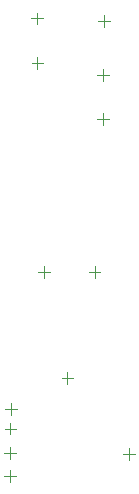
<source format=gbr>
G04*
G04 #@! TF.GenerationSoftware,Altium Limited,Altium Designer,23.1.1 (15)*
G04*
G04 Layer_Color=32896*
%FSLAX25Y25*%
%MOIN*%
G70*
G04*
G04 #@! TF.SameCoordinates,7F6F0EF6-604E-4872-8498-859B9B4CD440*
G04*
G04*
G04 #@! TF.FilePolarity,Positive*
G04*
G01*
G75*
%ADD41C,0.00394*%
D41*
X185760Y153800D02*
X189697D01*
X187728Y151831D02*
Y155769D01*
X185563Y139214D02*
X189500D01*
X187531Y137245D02*
Y141182D01*
X166010Y87984D02*
X169947D01*
X167979Y86015D02*
Y89952D01*
X182889Y87984D02*
X186826D01*
X184857Y86015D02*
Y89952D01*
X173860Y52771D02*
X177797D01*
X175828Y50802D02*
Y54739D01*
X154933Y42400D02*
X158870D01*
X156902Y40431D02*
Y44368D01*
X154835Y35899D02*
X158772D01*
X156803Y33931D02*
Y37868D01*
X154736Y27852D02*
X158673D01*
X156705Y25884D02*
Y29821D01*
X154633Y20175D02*
X158570D01*
X156602Y18206D02*
Y22143D01*
X165831Y155813D02*
Y159750D01*
X163863Y157781D02*
X167800D01*
X186131Y171716D02*
X190068D01*
X188100Y169748D02*
Y173685D01*
X163631Y172600D02*
X167569D01*
X165600Y170632D02*
Y174568D01*
X196302Y25375D02*
Y29312D01*
X194333Y27344D02*
X198270D01*
M02*

</source>
